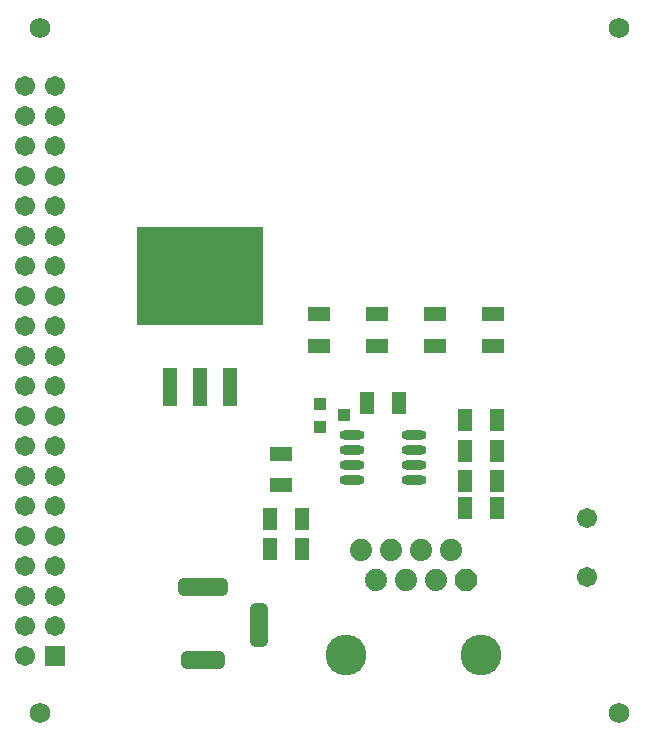
<source format=gts>
G04 Layer_Color=8388736*
%FSAX44Y44*%
%MOMM*%
G71*
G01*
G75*
%ADD37R,1.3032X1.9032*%
%ADD38R,1.9032X1.3032*%
%ADD39R,10.6532X8.3032*%
%ADD40R,1.2032X3.2032*%
%ADD41O,2.1032X0.8032*%
%ADD42R,1.1032X1.0032*%
%ADD43C,1.7272*%
%ADD44R,1.7032X1.7032*%
%ADD45C,1.7032*%
%ADD46C,3.4532*%
%ADD47P,2.0345X8X22.5*%
%ADD48C,1.8796*%
G04:AMPARAMS|DCode=49|XSize=3.7032mm|YSize=1.5032mm|CornerRadius=0.4266mm|HoleSize=0mm|Usage=FLASHONLY|Rotation=270.000|XOffset=0mm|YOffset=0mm|HoleType=Round|Shape=RoundedRectangle|*
%AMROUNDEDRECTD49*
21,1,3.7032,0.6500,0,0,270.0*
21,1,2.8500,1.5032,0,0,270.0*
1,1,0.8532,-0.3250,-1.4250*
1,1,0.8532,-0.3250,1.4250*
1,1,0.8532,0.3250,1.4250*
1,1,0.8532,0.3250,-1.4250*
%
%ADD49ROUNDEDRECTD49*%
G04:AMPARAMS|DCode=50|XSize=3.7032mm|YSize=1.5032mm|CornerRadius=0.4266mm|HoleSize=0mm|Usage=FLASHONLY|Rotation=180.000|XOffset=0mm|YOffset=0mm|HoleType=Round|Shape=RoundedRectangle|*
%AMROUNDEDRECTD50*
21,1,3.7032,0.6500,0,0,180.0*
21,1,2.8500,1.5032,0,0,180.0*
1,1,0.8532,-1.4250,0.3250*
1,1,0.8532,1.4250,0.3250*
1,1,0.8532,1.4250,-0.3250*
1,1,0.8532,-1.4250,-0.3250*
%
%ADD50ROUNDEDRECTD50*%
G04:AMPARAMS|DCode=51|XSize=4.2032mm|YSize=1.5032mm|CornerRadius=0.4266mm|HoleSize=0mm|Usage=FLASHONLY|Rotation=180.000|XOffset=0mm|YOffset=0mm|HoleType=Round|Shape=RoundedRectangle|*
%AMROUNDEDRECTD51*
21,1,4.2032,0.6500,0,0,180.0*
21,1,3.3500,1.5032,0,0,180.0*
1,1,0.8532,-1.6750,0.3250*
1,1,0.8532,1.6750,0.3250*
1,1,0.8532,1.6750,-0.3250*
1,1,0.8532,-1.6750,-0.3250*
%
%ADD51ROUNDEDRECTD51*%
D37*
X00356070Y00399390D02*
D03*
X00329070D02*
D03*
X00494170Y00408280D02*
D03*
X00521170D02*
D03*
X00356070Y00373990D02*
D03*
X00329070D02*
D03*
X00494170Y00431140D02*
D03*
X00521170D02*
D03*
X00438620Y00497180D02*
D03*
X00411620D02*
D03*
X00521170Y00457175D02*
D03*
X00494170D02*
D03*
Y00483210D02*
D03*
X00521170D02*
D03*
D38*
X00517830Y00572910D02*
D03*
Y00545910D02*
D03*
X00468723Y00572910D02*
D03*
Y00545910D02*
D03*
X00419617Y00572910D02*
D03*
Y00545910D02*
D03*
X00370510Y00572910D02*
D03*
Y00545910D02*
D03*
X00338760Y00427800D02*
D03*
Y00454800D02*
D03*
D39*
X00270180Y00605340D02*
D03*
D40*
X00295580Y00510840D02*
D03*
X00270180D02*
D03*
X00244780D02*
D03*
D41*
X00399080Y00470510D02*
D03*
Y00457810D02*
D03*
Y00445110D02*
D03*
Y00432410D02*
D03*
X00451160Y00470510D02*
D03*
Y00457810D02*
D03*
Y00445110D02*
D03*
Y00432410D02*
D03*
D42*
X00391940Y00487020D02*
D03*
X00371940Y00477520D02*
D03*
Y00496520D02*
D03*
D43*
X00135000Y00815000D02*
D03*
X00625000D02*
D03*
X00135000Y00235000D02*
D03*
X00625000D02*
D03*
D44*
X00147700Y00283700D02*
D03*
D45*
Y00309100D02*
D03*
Y00334500D02*
D03*
Y00359900D02*
D03*
Y00385300D02*
D03*
Y00410700D02*
D03*
Y00436100D02*
D03*
Y00461500D02*
D03*
Y00486900D02*
D03*
Y00512300D02*
D03*
X00122300Y00283700D02*
D03*
Y00309100D02*
D03*
Y00334500D02*
D03*
Y00359900D02*
D03*
Y00385300D02*
D03*
Y00410700D02*
D03*
Y00436100D02*
D03*
Y00461500D02*
D03*
Y00486900D02*
D03*
Y00512300D02*
D03*
Y00740900D02*
D03*
Y00715500D02*
D03*
Y00690100D02*
D03*
Y00664700D02*
D03*
Y00639300D02*
D03*
Y00613900D02*
D03*
Y00588500D02*
D03*
Y00563100D02*
D03*
Y00537700D02*
D03*
X00147700Y00740900D02*
D03*
Y00715500D02*
D03*
Y00690100D02*
D03*
Y00664700D02*
D03*
Y00639300D02*
D03*
Y00613900D02*
D03*
Y00588500D02*
D03*
Y00563100D02*
D03*
Y00537700D02*
D03*
Y00766300D02*
D03*
X00122300D02*
D03*
X00597500Y00350000D02*
D03*
Y00400000D02*
D03*
D46*
X00507680Y00283820D02*
D03*
X00393360D02*
D03*
D47*
X00494980Y00347320D02*
D03*
D48*
X00482280Y00372720D02*
D03*
X00469580Y00347320D02*
D03*
X00456880Y00372720D02*
D03*
X00444180Y00347320D02*
D03*
X00431480Y00372720D02*
D03*
X00418780Y00347320D02*
D03*
X00406080Y00372720D02*
D03*
D49*
X00319720Y00310010D02*
D03*
D50*
X00272720Y00280010D02*
D03*
D51*
Y00342010D02*
D03*
M02*

</source>
